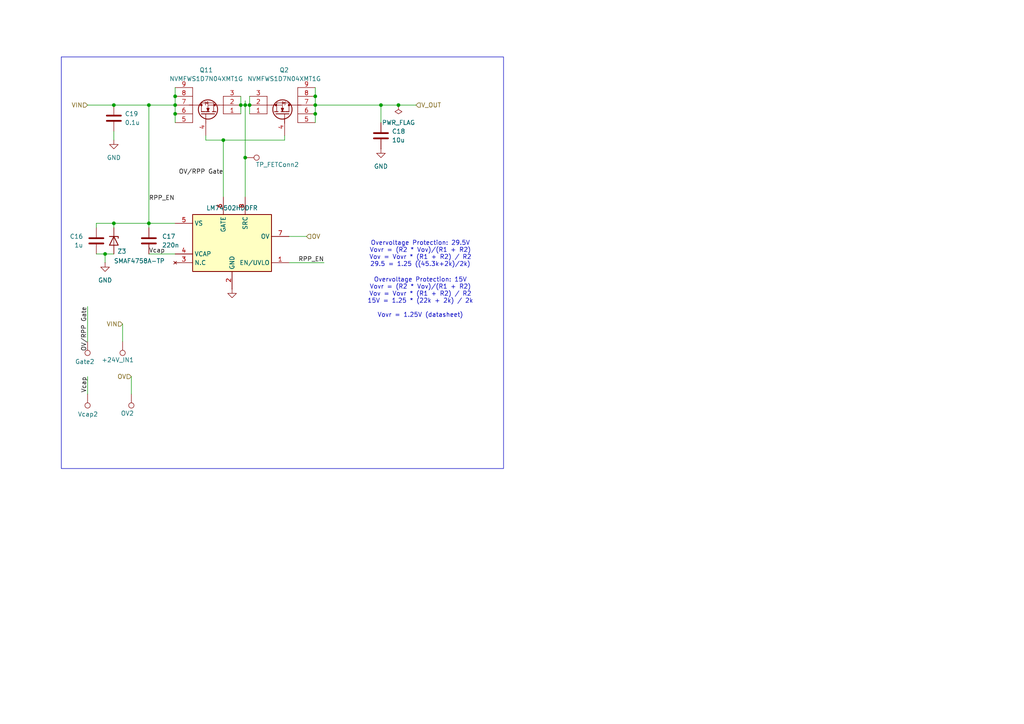
<source format=kicad_sch>
(kicad_sch (version 20250114) (generator "eeschema") (generator_version "9.0")
  (paper "A4")
  (lib_symbols
    (symbol "Connector:TestPoint" (pin_numbers (hide yes)) (pin_names (offset 0.762) (hide yes))
      (property "Reference" "TP" (at 0 6.858 0))
      (property "Value" "TestPoint" (at 0 5.08 0))
      (symbol "TestPoint_0_1"
        (circle (center 0 3.302) (radius 0.762))
      )
      (symbol "TestPoint_1_1"
        (pin passive line (at 0 0 90) (length 2.54) (name "1") (number "1"))
      )
    )
    (symbol "Device:C" (pin_numbers (hide yes)) (pin_names (offset 0.254))
      (property "Reference" "C" (at 0.635 2.54 0))
      (property "Value" "C" (at 0.635 -2.54 0))
      (symbol "C_0_1"
        (polyline (pts (xy -2.032 0.762) (xy 2.032 0.762)) (stroke (width 0.508)))
        (polyline (pts (xy -2.032 -0.762) (xy 2.032 -0.762)) (stroke (width 0.508)))
      )
      (symbol "C_1_1"
        (pin passive line (at 0 3.81 270) (length 2.794) (name "~") (number "1"))
        (pin passive line (at 0 -3.81 90) (length 2.794) (name "~") (number "2"))
      )
    )
    (symbol "Device:D_Zener" (pin_numbers (hide yes)) (pin_names (offset 1.016) (hide yes))
      (property "Reference" "D" (at 0 2.54 0))
      (property "Value" "D_Zener" (at 0 -2.54 0))
      (symbol "D_Zener_0_1"
        (polyline (pts (xy -1.27 -1.27) (xy -1.27 1.27) (xy -0.762 1.27)) (stroke (width 0.254)))
        (polyline (pts (xy 1.27 0) (xy -1.27 0)))
        (polyline (pts (xy 1.27 -1.27) (xy 1.27 1.27) (xy -1.27 0) (xy 1.27 -1.27)) (stroke (width 0.254)))
      )
      (symbol "D_Zener_1_1"
        (pin passive line (at -3.81 0 0) (length 2.54) (name "K") (number "1"))
        (pin passive line (at 3.81 0 180) (length 2.54) (name "A") (number "2"))
      )
    )
    (symbol "UTSVT_ICs:LM74502HDDFR"
      (property "Reference" "IC" (at 29.21 7.62 0))
      (property "Value" "LM74502HDDFR" (at 29.21 5.08 0))
      (symbol "LM74502HDDFR_1_1"
        (rectangle (start 5.08 2.54) (end 27.94 -13.97) (stroke (width 0.254)) (fill (type background)))
        (pin passive line (at 0 0 0) (length 5.08) (name "VS") (number "5"))
        (pin passive line (at 0 -8.89 0) (length 5.08) (name "VCAP") (number "4"))
        (pin no_connect line (at 0 -11.43 0) (length 5.08) (name "N.C") (number "3"))
        (pin passive line (at 13.97 7.62 270) (length 5.08) (name "GATE") (number "6"))
        (pin passive line (at 16.51 -19.05 90) (length 5.08) (name "GND") (number "2"))
        (pin passive line (at 20.32 7.62 270) (length 5.08) (name "SRC") (number "8"))
        (pin passive line (at 33.02 -3.81 180) (length 5.08) (name "OV") (number "7"))
        (pin passive line (at 33.02 -11.43 180) (length 5.08) (name "EN/UVLO") (number "1"))
      )
    )
    (symbol "power:GND" (power) (pin_numbers (hide yes)) (pin_names (offset 0) (hide yes))
      (property "Value" "GND" (at 0 -3.81 0))
      (symbol "GND_0_1"
        (polyline (pts (xy 0 0) (xy 0 -1.27) (xy 1.27 -1.27) (xy 0 -2.54) (xy -1.27 -1.27) (xy 0 -1.27)))
      )
      (symbol "GND_1_1"
        (pin power_in line (at 0 0 270) (length 0) (name "~") (number "1"))
      )
    )
    (symbol "power:PWR_FLAG" (power) (pin_numbers (hide yes)) (pin_names (offset 0) (hide yes))
      (property "Value" "PWR_FLAG" (at 0 3.81 0))
      (symbol "PWR_FLAG_0_0"
        (pin power_out line (at 0 0 90) (length 0) (name "~") (number "1"))
      )
      (symbol "PWR_FLAG_0_1"
        (polyline (pts (xy 0 0) (xy 0 1.27) (xy -1.016 1.905) (xy 0 2.54) (xy 1.016 1.905) (xy 0 1.27)))
      )
    )
    (symbol "utsvt_misc:NVMFWS1D7N04XMT1G"
      (property "Reference" "Q" (at 21.59 7.62 0))
      (property "Value" "NVMFWS1D7N04XMT1G" (at 21.59 5.08 0))
      (symbol "NVMFWS1D7N04XMT1G_0_1"
        (polyline (pts (xy -3.81 3.81) (xy 6.35 3.81)))
        (polyline (pts (xy -1.27 1.27) (xy -1.27 -2.54)) (stroke (width 0.254)))
        (polyline (pts (xy -1.27 0) (xy -4.064 0)))
        (polyline (pts (xy -1.27 -5.08) (xy 3.81 -5.08)))
        (polyline (pts (xy -0.635 1.27) (xy -0.635 0.254)) (stroke (width 0.254)))
        (polyline (pts (xy -0.635 1.27) (xy 1.905 1.27) (xy 1.905 -2.286) (xy -0.635 -2.286)))
        (polyline (pts (xy -0.635 0) (xy -0.635 -1.016)) (stroke (width 0.254)))
        (polyline (pts (xy -0.635 -0.635) (xy 0.381 -1.016) (xy 0.381 -0.254) (xy -0.635 -0.635)) (fill (type outline)))
        (polyline (pts (xy -0.635 -1.905) (xy -0.635 -2.921)) (stroke (width 0.254)))
        (circle (center 0 -0.635) (radius 2.794) (stroke (width 0.254)))
        (polyline (pts (xy 1.27 1.905) (xy 1.27 1.143)))
        (polyline (pts (xy 1.27 1.27) (xy 1.27 4.826)))
        (circle (center 1.27 1.27) (radius 0.254) (fill (type outline)))
        (polyline (pts (xy 1.27 0) (xy 1.397 0.127) (xy 2.159 0.127) (xy 2.286 0.254)))
        (circle (center 1.27 -2.54) (radius 0.254) (fill (type outline)))
        (polyline (pts (xy 1.27 -3.81) (xy 1.27 -0.635) (xy -0.508 -0.635)))
        (polyline (pts (xy 1.27 -5.08) (xy 1.27 -3.81)))
        (polyline (pts (xy 1.905 0) (xy 2.286 -0.635) (xy 1.524 -0.635) (xy 1.905 0)))
      )
      (symbol "NVMFWS1D7N04XMT1G_1_1"
        (pin passive line (at -7.62 0 0) (length 5.08) (name "") (number "4"))
        (pin passive line (at -3.81 8.89 270) (length 5.08) (name "") (number "5"))
        (pin passive line (at -1.27 8.89 270) (length 5.08) (name "") (number "6"))
        (pin passive line (at -1.27 -10.16 90) (length 5.08) (name "") (number "1"))
        (pin passive line (at 1.27 8.89 270) (length 5.08) (name "") (number "7"))
        (pin passive line (at 1.27 -10.16 90) (length 5.08) (name "") (number "2"))
        (pin passive line (at 3.81 8.89 270) (length 5.08) (name "") (number "8"))
        (pin passive line (at 3.81 -10.16 90) (length 5.08) (name "") (number "3"))
        (pin passive line (at 6.35 8.89 270) (length 5.08) (name "") (number "9"))
      )
    )
  )
  (rectangle (start 17.78 16.51) (end 146.05 135.89))
  (text "Overvoltage Protection: 15V\nVovr = (R2 * Vov)/(R1 + R2)\nVov = Vovr * (R1 + R2) / R2\n15V = 1.25 * (22k + 2k) / 2k\n\nVovr = 1.25V (datasheet)\n" (at 121.92 86.36 0) (effects (font (size 1.27 1.27))))
  (text "Overvoltage Protection: 29.5V\nVovr = (R2 * Vov)/(R1 + R2)\nVov = Vovr * (R1 + R2) / R2\n29.5 = 1.25 ((45.3k+2k)/2k)" (at 121.92 73.66 0) (effects (font (size 1.27 1.27))))
  (junction (at 91.44 27.94))
  (junction (at 115.57 30.48))
  (junction (at 72.39 30.48))
  (junction (at 91.44 30.48))
  (junction (at 71.12 45.72))
  (junction (at 69.85 30.48))
  (junction (at 91.44 33.02))
  (junction (at 110.49 30.48))
  (junction (at 33.02 64.77))
  (junction (at 50.8 33.02))
  (junction (at 50.8 30.48))
  (junction (at 64.77 40.64))
  (junction (at 71.12 30.48))
  (junction (at 43.18 64.77))
  (junction (at 30.48 73.66))
  (junction (at 50.8 27.94))
  (junction (at 33.02 30.48))
  (junction (at 43.18 30.48))
  (wire (pts (xy 30.48 73.66) (xy 33.02 73.66)))
  (wire (pts (xy 91.44 27.94) (xy 91.44 30.48)))
  (wire (pts (xy 93.98 76.2) (xy 83.82 76.2)))
  (wire (pts (xy 38.1 109.22) (xy 38.1 114.3)))
  (wire (pts (xy 88.9 68.58) (xy 83.82 68.58)))
  (wire (pts (xy 110.49 30.48) (xy 115.57 30.48)))
  (wire (pts (xy 64.77 40.64) (xy 64.77 57.15)))
  (wire (pts (xy 59.69 40.64) (xy 64.77 40.64)))
  (wire (pts (xy 91.44 30.48) (xy 110.49 30.48)))
  (wire (pts (xy 71.12 29.21) (xy 71.12 30.48)))
  (wire (pts (xy 82.55 39.37) (xy 82.55 40.64)))
  (wire (pts (xy 69.85 30.48) (xy 71.12 30.48)))
  (wire (pts (xy 30.48 73.66) (xy 27.94 73.66)))
  (wire (pts (xy 43.18 73.66) (xy 50.8 73.66)))
  (wire (pts (xy 71.12 30.48) (xy 72.39 30.48)))
  (wire (pts (xy 72.39 30.48) (xy 72.39 33.02)))
  (wire (pts (xy 27.94 64.77) (xy 27.94 66.04)))
  (wire (pts (xy 43.18 64.77) (xy 50.8 64.77)))
  (wire (pts (xy 50.8 30.48) (xy 50.8 33.02)))
  (wire (pts (xy 25.4 30.48) (xy 33.02 30.48)))
  (wire (pts (xy 72.39 27.94) (xy 72.39 30.48)))
  (wire (pts (xy 91.44 33.02) (xy 91.44 35.56)))
  (wire (pts (xy 64.77 40.64) (xy 82.55 40.64)))
  (wire (pts (xy 91.44 30.48) (xy 91.44 33.02)))
  (wire (pts (xy 110.49 30.48) (xy 110.49 35.56)))
  (wire (pts (xy 43.18 30.48) (xy 43.18 64.77)))
  (wire (pts (xy 71.12 30.48) (xy 71.12 45.72)))
  (wire (pts (xy 71.12 45.72) (xy 71.12 57.15)))
  (wire (pts (xy 25.4 88.9) (xy 25.4 99.06)))
  (wire (pts (xy 33.02 30.48) (xy 43.18 30.48)))
  (wire (pts (xy 69.85 27.94) (xy 69.85 30.48)))
  (wire (pts (xy 43.18 64.77) (xy 43.18 66.04)))
  (wire (pts (xy 59.69 39.37) (xy 59.69 40.64)))
  (wire (pts (xy 50.8 33.02) (xy 50.8 35.56)))
  (wire (pts (xy 115.57 30.48) (xy 120.65 30.48)))
  (wire (pts (xy 27.94 64.77) (xy 33.02 64.77)))
  (wire (pts (xy 33.02 38.1) (xy 33.02 40.64)))
  (wire (pts (xy 50.8 27.94) (xy 50.8 30.48)))
  (wire (pts (xy 35.56 93.98) (xy 35.56 99.06)))
  (wire (pts (xy 43.18 30.48) (xy 50.8 30.48)))
  (wire (pts (xy 33.02 64.77) (xy 33.02 66.04)))
  (wire (pts (xy 69.85 30.48) (xy 69.85 33.02)))
  (wire (pts (xy 91.44 25.4) (xy 91.44 27.94)))
  (wire (pts (xy 50.8 25.4) (xy 50.8 27.94)))
  (wire (pts (xy 33.02 64.77) (xy 43.18 64.77)))
  (wire (pts (xy 30.48 76.2) (xy 30.48 73.66)))
  (wire (pts (xy 25.4 109.22) (xy 25.4 114.3)))
  (label "Vcap" (at 43.18 73.66 0))
  (label "Vcap" (at 25.4 109.22 270))
  (label "OV{slash}RPP Gate" (at 25.4 88.9 270))
  (label "OV{slash}RPP Gate" (at 64.77 50.8 180))
  (label "RPP_EN" (at 43.18 58.42 0))
  (label "RPP_EN" (at 93.98 76.2 180))
  (hierarchical_label "OV" (shape input) (at 88.9 68.58 0))
  (hierarchical_label "V_OUT" (shape input) (at 120.65 30.48 0))
  (hierarchical_label "VIN" (shape input) (at 25.4 30.48 180))
  (hierarchical_label "VIN" (shape input) (at 35.56 93.98 180))
  (hierarchical_label "OV" (shape input) (at 38.1 109.22 180))
  (symbol (lib_id "power:GND") (at 67.31 83.82 0) (unit 1)
    (property "Reference" "#PWR027" (effects (hide yes)))
    (property "Value" "GND" (effects (hide yes)))
    (property "Description" "Power symbol creates a global label with name \"GND\" , ground" (effects (hide yes)))
    (instances (project "PS-ChargerInterfacePCB" (path "" (reference "#PWR033") (unit 1)) (path "" (reference "#PWR027") (unit 1))))
  )
  (symbol (lib_id "Connector:TestPoint") (at 25.4 99.06 180) (unit 1) (in_bom no)
    (property "Reference" "Gate1" (at 27.432 104.902 0) (effects (justify left)))
    (property "Value" "TP_Gate" (effects (hide yes)))
    (property "Footprint" "TestPoint:TestPoint_Pad_D1.5mm" (effects (hide yes)))
    (property "Description" "test point" (effects (hide yes)))
    (instances (project "PS-ChargerInterfacePCB" (path "" (reference "Gate2") (unit 1)) (path "" (reference "Gate1") (unit 1))))
  )
  (symbol (lib_id "power:GND") (at 33.02 40.64 0) (unit 1)
    (property "Reference" "#PWR039" (effects (hide yes)))
    (property "Value" "GND" (at 33.02 45.72 0))
    (property "Description" "Power symbol creates a global label with name \"GND\" , ground" (effects (hide yes)))
    (instances (project "PS-ChargerInterfacePCB" (path "" (reference "#PWR065") (unit 1)) (path "" (reference "#PWR039") (unit 1))))
  )
  (symbol (lib_id "Device:C") (at 27.94 69.85 0) (mirror x) (unit 1)
    (property "Reference" "C10" (at 24.13 68.5799 0) (effects (justify right)))
    (property "Value" "1u" (at 24.13 71.1199 0) (effects (justify right)))
    (property "Footprint" "Capacitor_SMD:C_0603_1608Metric" (effects (hide yes)))
    (property "Description" "Unpolarized capacitor" (effects (hide yes)))
    (property "Distrbutor Link" "https://www.mouser.com/ProductDetail/TAIYO-YUDEN/MLASU168SB5105KTNA01?qs=tlsG%2FOw5FFhPjKzzJZMnOQ%3D%3D&srsltid=AfmBOorcMlsFle3SkG0XtJIKbOuFrpMRrEVUmZYMN7uFvSiB2BlKWNRY" (effects (hide yes)))
    (property "Manufacturer" "TAIYO YUDEN" (effects (hide yes)))
    (property "P/N" "MLASU168SB5105KTNA01" (effects (hide yes)))
    (instances (project "PS-ChargerInterfacePCB" (path "" (reference "C16") (unit 1)) (path "" (reference "C10") (unit 1))))
  )
  (symbol (lib_id "Device:C") (at 33.02 34.29 0) (unit 1)
    (property "Reference" "C14" (at 36.195 33.0199 0) (effects (justify left)))
    (property "Value" "0.1u" (at 36.195 35.5599 0) (effects (justify left)))
    (property "Footprint" "Capacitor_SMD:C_0603_1608Metric" (effects (hide yes)))
    (property "Description" "Unpolarized capacitor" (effects (hide yes)))
    (property "Distrbutor Link" "https://www.mouser.com/ProductDetail/TAIYO-YUDEN/MLASH168SB7104KTNA01?qs=tlsG%2FOw5FFi7JK68L1DgIQ%3D%3D&srsltid=AfmBOorVpJ3mcbZ5tis8ztDksE2XqfTExs2YzjOUm6_fYjixjAtIEVC5" (effects (hide yes)))
    (property "Manufacturer" "TAIYO YUDEN" (effects (hide yes)))
    (property "P/N" "MLASH168SB7104KTNA01" (effects (hide yes)))
    (instances (project "PS-ChargerInterfacePCB" (path "" (reference "C19") (unit 1)) (path "" (reference "C14") (unit 1))))
  )
  (symbol (lib_id "UTSVT_ICs:LM74502HDDFR") (at 50.8 64.77 0) (unit 1)
    (property "Reference" "IC2" (effects (hide yes)))
    (property "Value" "LM74502HDDFR" (at 67.31 60.325 0))
    (property "Footprint" "UTSVT_Power:SOT65P280X110-8N" (effects (hide yes)))
    (property "Datasheet" "https://www.ti.com/lit/ds/symlink/lm74502h.pdf?HQS=dis-mous-null-mousermode-dsf-pf-null-wwe&ts=1659509238199&ref_url=https%253A%252F%252Fwww.mouser.vn%252F" (effects (hide yes)))
    (property "Description" "Hot Swap Voltage Controllers 3.2-V to 65-V industrial RPP controller with load disconnect, OVP, and high gate drive" (effects (hide yes)))
    (property "Height" "1.1" (effects (hide yes)))
    (property "Mouser Part Number" "595-LM74502HDDFR" (effects (hide yes)))
    (property "Mouser Price/Stock" "https://www.mouser.co.uk/ProductDetail/Texas-Instruments/LM74502HDDFR?qs=t7xnP681wgWDbfat8Yg%252B%2Fg%3D%3D" (effects (hide yes)))
    (property "Manufacturer_Name" "Texas Instruments" (effects (hide yes)))
    (property "Distrbutor Link" "https://www.mouser.com/ProductDetail/Texas-Instruments/LM74502HDDFR?qs=t7xnP681wgWDbfat8Yg%252B%2Fg%3D%3D&srsltid=AfmBOoq5cFNpUh1QodJ1dkyZnwnLQl8oMFYa9SuI8ZaVdKUNzEMaYa5s" (effects (hide yes)))
    (property "Manufacturer" "Texas Instruments" (effects (hide yes)))
    (property "P/N" "LM74502HDDFR" (effects (hide yes)))
    (instances (project "PS-ChargerInterfacePCB" (path "" (reference "IC3") (unit 1)) (path "" (reference "IC2") (unit 1))))
  )
  (symbol (lib_id "power:GND") (at 110.49 43.18 0) (unit 1)
    (property "Reference" "#PWR028" (effects (hide yes)))
    (property "Value" "GND" (at 110.49 48.26 0))
    (property "Description" "Power symbol creates a global label with name \"GND\" , ground" (effects (hide yes)))
    (instances (project "PS-ChargerInterfacePCB" (path "" (reference "#PWR034") (unit 1)) (path "" (reference "#PWR028") (unit 1))))
  )
  (symbol (lib_id "utsvt_misc:NVMFWS1D7N04XMT1G") (at 82.55 31.75 270) (mirror x) (unit 1)
    (property "Reference" "Q1" (at 82.423 20.32 90))
    (property "Value" "NVMFWS1D7N04XMT1G" (at 82.423 22.86 90))
    (property "Footprint" "UTSVT_Power:NVMFWS3D0P04M8LT1G" (effects (hide yes)))
    (property "Datasheet" "kicad-embed://NVMFWS1D7N04XM-D.PDF" (effects (hide yes)))
    (property "Description" "Small Footprint (5x6 mm); Low RDS(on); Low QG and Capacitance; Wettable Flank Option; AECQ101 Qualified and PPAP Capable; RoHS Compliant" (effects (hide yes)))
    (property "P/N" "NVMFWS1D7N04XMT1G" (effects (hide yes)))
    (property "LCSC P/N" "C133142" (effects (hide yes)))
    (property "Max Vgs" "20V" (effects (hide yes)))
    (property "Height" "1.1" (effects (hide yes)))
    (instances (project "PS-ChargerInterfacePCB" (path "" (reference "Q2") (unit 1)) (path "" (reference "Q1") (unit 1))))
  )
  (symbol (lib_id "Device:C") (at 110.49 39.37 0) (unit 1)
    (property "Reference" "C12" (at 113.665 38.0999 0) (effects (justify left)))
    (property "Value" "10u" (at 113.665 40.6399 0) (effects (justify left)))
    (property "Footprint" "Capacitor_SMD:C_0805_2012Metric" (effects (hide yes)))
    (property "Description" "Unpolarized capacitor" (effects (hide yes)))
    (property "Distrbutor Link" "https://www.mouser.com/ProductDetail/Murata-Electronics/GRM21BR61H106KE43K?qs=xZ%2FP%252Ba9zWqbh3%252B96jyTKxw%3D%3D&srsltid=AfmBOooOWPD4zTBWFOdsFTWSEfQ5tcdFt57vSozifhtwlehrhxhA2k6m" (effects (hide yes)))
    (property "Manufacturer" "Murata Electronics" (effects (hide yes)))
    (property "P/N" "GRM21BR61H106KE43K" (effects (hide yes)))
    (instances (project "PS-ChargerInterfacePCB" (path "" (reference "C18") (unit 1)) (path "" (reference "C12") (unit 1))))
  )
  (symbol (lib_id "utsvt_misc:NVMFWS1D7N04XMT1G") (at 59.69 31.75 90) (unit 1)
    (property "Reference" "Q10" (at 59.817 20.32 90))
    (property "Value" "NVMFWS1D7N04XMT1G" (at 59.817 22.86 90))
    (property "Footprint" "UTSVT_Power:NVMFWS3D0P04M8LT1G" (effects (hide yes)))
    (property "Datasheet" "kicad-embed://NVMFWS1D7N04XM-D.PDF" (effects (hide yes)))
    (property "Description" "Small Footprint (5x6 mm); Low RDS(on); Low QG and Capacitance; Wettable Flank Option; AECQ101 Qualified and PPAP Capable; RoHS Compliant" (effects (hide yes)))
    (property "P/N" "NVMFWS1D7N04XMT1G" (effects (hide yes)))
    (property "LCSC P/N" "C133142" (effects (hide yes)))
    (property "Max Vgs" "20V" (effects (hide yes)))
    (property "Height" "1.1" (effects (hide yes)))
    (instances (project "" (path "" (reference "Q11") (unit 1)) (path "" (reference "Q10") (unit 1))))
  )
  (symbol (lib_id "Device:C") (at 43.18 69.85 0) (mirror y) (unit 1)
    (property "Reference" "C11" (at 46.99 68.5799 0) (effects (justify right)))
    (property "Value" "220n" (at 46.99 71.1199 0) (effects (justify right)))
    (property "Footprint" "Capacitor_SMD:C_0603_1608Metric" (effects (hide yes)))
    (property "Description" "Unpolarized capacitor" (effects (hide yes)))
    (property "Distrbutor Link" "https://www.mouser.com/ProductDetail/TAIYO-YUDEN/MSASU168SB7224KTNB25?qs=tlsG%2FOw5FFipzD362lh8GQ%3D%3D&srsltid=AfmBOopGYOC_my1aArrkkcgEqwtzTM9VZgH8ll-X52QaBFHxMr3S4Jt4" (effects (hide yes)))
    (property "Manufacturer" "TAIYO YUDEN" (effects (hide yes)))
    (property "P/N" "MSASU168SB7224KTNB25" (effects (hide yes)))
    (instances (project "PS-ChargerInterfacePCB" (path "" (reference "C17") (unit 1)) (path "" (reference "C11") (unit 1))))
  )
  (symbol (lib_id "Connector:TestPoint") (at 71.12 45.72 270) (unit 1) (in_bom no)
    (property "Reference" "TP_FETConn1" (at 74.168 47.752 90) (effects (justify left)))
    (property "Value" "TestPoint" (effects (hide yes)))
    (property "Footprint" "TestPoint:TestPoint_Pad_D1.5mm" (effects (hide yes)))
    (property "Description" "test point" (effects (hide yes)))
    (instances (project "PS-ChargerInterfacePCB" (path "" (reference "TP_FETConn2") (unit 1)) (path "" (reference "TP_FETConn1") (unit 1))))
  )
  (symbol (lib_id "Connector:TestPoint") (at 38.1 114.3 180) (unit 1) (in_bom no)
    (property "Reference" "OV1" (at 38.862 119.888 0) (effects (justify left)))
    (property "Value" "TestPoint" (effects (hide yes)))
    (property "Footprint" "TestPoint:TestPoint_Pad_D1.5mm" (effects (hide yes)))
    (property "Description" "test point" (effects (hide yes)))
    (instances (project "PS-ChargerInterfacePCB" (path "" (reference "OV2") (unit 1)) (path "" (reference "OV1") (unit 1))))
  )
  (symbol (lib_id "power:GND") (at 30.48 76.2 0) (unit 1)
    (property "Reference" "#PWR026" (effects (hide yes)))
    (property "Value" "GND" (at 30.48 81.28 0))
    (property "Description" "Power symbol creates a global label with name \"GND\" , ground" (effects (hide yes)))
    (instances (project "PS-ChargerInterfacePCB" (path "" (reference "#PWR032") (unit 1)) (path "" (reference "#PWR026") (unit 1))))
  )
  (symbol (lib_id "Connector:TestPoint") (at 35.56 99.06 180) (unit 1) (in_bom no)
    (property "Reference" "RPP_EN1" (at 38.862 104.394 0) (effects (justify left)))
    (property "Value" "TestPoint" (effects (hide yes)))
    (property "Footprint" "UTSVT_Special:TestPoint_HEX_3mmID" (effects (hide yes)))
    (property "Description" "test point" (effects (hide yes)))
    (instances (project "PS-ChargerInterfacePCB" (path "" (reference "+24V_IN1") (unit 1)) (path "" (reference "RPP_EN1") (unit 1))))
  )
  (symbol (lib_id "Connector:TestPoint") (at 25.4 114.3 180) (unit 1) (in_bom no)
    (property "Reference" "Vcap1" (at 28.448 120.142 0) (effects (justify left)))
    (property "Value" "TestPoint" (effects (hide yes)))
    (property "Footprint" "TestPoint:TestPoint_Pad_D1.5mm" (effects (hide yes)))
    (property "Description" "test point" (effects (hide yes)))
    (instances (project "PS-ChargerInterfacePCB" (path "" (reference "Vcap2") (unit 1)) (path "" (reference "Vcap1") (unit 1))))
  )
  (symbol (lib_id "Device:D_Zener") (at 33.02 69.85 270) (unit 1)
    (property "Reference" "Z2" (at 34.036 72.898 90) (effects (justify left)))
    (property "Value" "SMAF4758A-TP" (at 33.02 75.692 90) (effects (justify left)))
    (property "Footprint" "SODFL5026X125N" (effects (hide yes)))
    (property "Datasheet" "https://www.mccsemi.com/pdf/Products/SMAF4735A_SMAF4764A(DO-221AC).pdf" (effects (hide yes)))
    (property "Description" "1.0 Watt Zener Diodes 6.2V to 100V" (effects (hide yes)))
    (property "Height" "1.25" (effects (hide yes)))
    (property "Manufacturer_Name" "MCC" (effects (hide yes)))
    (property "Manufacturer_Part_Number" "SMAF4758A-TP" (effects (hide yes)))
    (property "P/N" "SMAF4758A-TP" (effects (hide yes)))
    (instances (project "" (path "" (reference "Z3") (unit 1)) (path "" (reference "Z2") (unit 1))))
  )
  (symbol (lib_id "power:PWR_FLAG") (at 115.57 30.48 180) (unit 1)
    (property "Reference" "#FLG02" (effects (hide yes)))
    (property "Value" "PWR_FLAG" (at 115.57 35.56 0))
    (property "Description" "Special symbol for telling ERC where power comes from" (effects (hide yes)))
    (instances (project "PS-ChargerInterfacePCB" (path "" (reference "#FLG03") (unit 1)) (path "" (reference "#FLG02") (unit 1))))
  )
)
</source>
